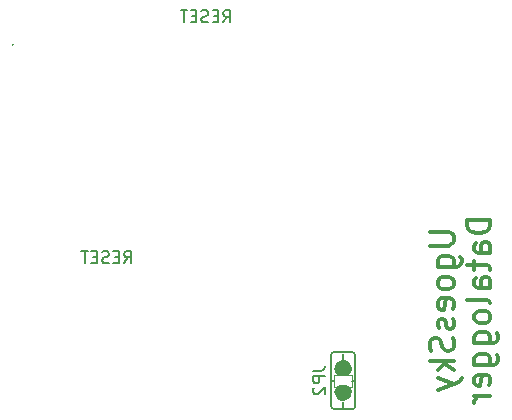
<source format=gbr>
G04 #@! TF.FileFunction,Legend,Bot*
%FSLAX46Y46*%
G04 Gerber Fmt 4.6, Leading zero omitted, Abs format (unit mm)*
G04 Created by KiCad (PCBNEW 0.201508170901+6097~28~ubuntu14.04.1-product) date Sa 22 Aug 2015 10:06:58 CEST*
%MOMM*%
G01*
G04 APERTURE LIST*
%ADD10C,0.100000*%
%ADD11C,0.300000*%
%ADD12C,0.150000*%
%ADD13C,0.066040*%
%ADD14C,0.152400*%
%ADD15C,1.270000*%
%ADD16C,0.004445*%
%ADD17C,0.088900*%
G04 APERTURE END LIST*
D10*
D11*
X138154762Y-83028570D02*
X139773810Y-83028570D01*
X139964286Y-83123809D01*
X140059524Y-83219047D01*
X140154762Y-83409523D01*
X140154762Y-83790475D01*
X140059524Y-83980951D01*
X139964286Y-84076190D01*
X139773810Y-84171428D01*
X138154762Y-84171428D01*
X138821429Y-85980951D02*
X140440476Y-85980951D01*
X140630952Y-85885713D01*
X140726190Y-85790475D01*
X140821429Y-85599999D01*
X140821429Y-85314285D01*
X140726190Y-85123808D01*
X140059524Y-85980951D02*
X140154762Y-85790475D01*
X140154762Y-85409523D01*
X140059524Y-85219047D01*
X139964286Y-85123808D01*
X139773810Y-85028570D01*
X139202381Y-85028570D01*
X139011905Y-85123808D01*
X138916667Y-85219047D01*
X138821429Y-85409523D01*
X138821429Y-85790475D01*
X138916667Y-85980951D01*
X140154762Y-87219047D02*
X140059524Y-87028571D01*
X139964286Y-86933332D01*
X139773810Y-86838094D01*
X139202381Y-86838094D01*
X139011905Y-86933332D01*
X138916667Y-87028571D01*
X138821429Y-87219047D01*
X138821429Y-87504761D01*
X138916667Y-87695237D01*
X139011905Y-87790475D01*
X139202381Y-87885713D01*
X139773810Y-87885713D01*
X139964286Y-87790475D01*
X140059524Y-87695237D01*
X140154762Y-87504761D01*
X140154762Y-87219047D01*
X140059524Y-89504761D02*
X140154762Y-89314285D01*
X140154762Y-88933333D01*
X140059524Y-88742856D01*
X139869048Y-88647618D01*
X139107143Y-88647618D01*
X138916667Y-88742856D01*
X138821429Y-88933333D01*
X138821429Y-89314285D01*
X138916667Y-89504761D01*
X139107143Y-89599999D01*
X139297619Y-89599999D01*
X139488095Y-88647618D01*
X140059524Y-90361904D02*
X140154762Y-90552381D01*
X140154762Y-90933333D01*
X140059524Y-91123809D01*
X139869048Y-91219047D01*
X139773810Y-91219047D01*
X139583333Y-91123809D01*
X139488095Y-90933333D01*
X139488095Y-90647619D01*
X139392857Y-90457142D01*
X139202381Y-90361904D01*
X139107143Y-90361904D01*
X138916667Y-90457142D01*
X138821429Y-90647619D01*
X138821429Y-90933333D01*
X138916667Y-91123809D01*
X140059524Y-91980952D02*
X140154762Y-92266667D01*
X140154762Y-92742857D01*
X140059524Y-92933333D01*
X139964286Y-93028571D01*
X139773810Y-93123810D01*
X139583333Y-93123810D01*
X139392857Y-93028571D01*
X139297619Y-92933333D01*
X139202381Y-92742857D01*
X139107143Y-92361905D01*
X139011905Y-92171429D01*
X138916667Y-92076190D01*
X138726190Y-91980952D01*
X138535714Y-91980952D01*
X138345238Y-92076190D01*
X138250000Y-92171429D01*
X138154762Y-92361905D01*
X138154762Y-92838095D01*
X138250000Y-93123810D01*
X140154762Y-93980952D02*
X138154762Y-93980952D01*
X139392857Y-94171429D02*
X140154762Y-94742857D01*
X138821429Y-94742857D02*
X139583333Y-93980952D01*
X138821429Y-95409524D02*
X140154762Y-95885715D01*
X138821429Y-96361905D02*
X140154762Y-95885715D01*
X140630952Y-95695239D01*
X140726190Y-95600000D01*
X140821429Y-95409524D01*
X143254762Y-81980952D02*
X141254762Y-81980952D01*
X141254762Y-82457143D01*
X141350000Y-82742857D01*
X141540476Y-82933333D01*
X141730952Y-83028572D01*
X142111905Y-83123810D01*
X142397619Y-83123810D01*
X142778571Y-83028572D01*
X142969048Y-82933333D01*
X143159524Y-82742857D01*
X143254762Y-82457143D01*
X143254762Y-81980952D01*
X143254762Y-84838095D02*
X142207143Y-84838095D01*
X142016667Y-84742857D01*
X141921429Y-84552381D01*
X141921429Y-84171429D01*
X142016667Y-83980952D01*
X143159524Y-84838095D02*
X143254762Y-84647619D01*
X143254762Y-84171429D01*
X143159524Y-83980952D01*
X142969048Y-83885714D01*
X142778571Y-83885714D01*
X142588095Y-83980952D01*
X142492857Y-84171429D01*
X142492857Y-84647619D01*
X142397619Y-84838095D01*
X141921429Y-85504762D02*
X141921429Y-86266667D01*
X141254762Y-85790476D02*
X142969048Y-85790476D01*
X143159524Y-85885715D01*
X143254762Y-86076191D01*
X143254762Y-86266667D01*
X143254762Y-87790476D02*
X142207143Y-87790476D01*
X142016667Y-87695238D01*
X141921429Y-87504762D01*
X141921429Y-87123810D01*
X142016667Y-86933333D01*
X143159524Y-87790476D02*
X143254762Y-87600000D01*
X143254762Y-87123810D01*
X143159524Y-86933333D01*
X142969048Y-86838095D01*
X142778571Y-86838095D01*
X142588095Y-86933333D01*
X142492857Y-87123810D01*
X142492857Y-87600000D01*
X142397619Y-87790476D01*
X143254762Y-89028572D02*
X143159524Y-88838096D01*
X142969048Y-88742857D01*
X141254762Y-88742857D01*
X143254762Y-90076191D02*
X143159524Y-89885715D01*
X143064286Y-89790476D01*
X142873810Y-89695238D01*
X142302381Y-89695238D01*
X142111905Y-89790476D01*
X142016667Y-89885715D01*
X141921429Y-90076191D01*
X141921429Y-90361905D01*
X142016667Y-90552381D01*
X142111905Y-90647619D01*
X142302381Y-90742857D01*
X142873810Y-90742857D01*
X143064286Y-90647619D01*
X143159524Y-90552381D01*
X143254762Y-90361905D01*
X143254762Y-90076191D01*
X141921429Y-92457143D02*
X143540476Y-92457143D01*
X143730952Y-92361905D01*
X143826190Y-92266667D01*
X143921429Y-92076191D01*
X143921429Y-91790477D01*
X143826190Y-91600000D01*
X143159524Y-92457143D02*
X143254762Y-92266667D01*
X143254762Y-91885715D01*
X143159524Y-91695239D01*
X143064286Y-91600000D01*
X142873810Y-91504762D01*
X142302381Y-91504762D01*
X142111905Y-91600000D01*
X142016667Y-91695239D01*
X141921429Y-91885715D01*
X141921429Y-92266667D01*
X142016667Y-92457143D01*
X141921429Y-94266667D02*
X143540476Y-94266667D01*
X143730952Y-94171429D01*
X143826190Y-94076191D01*
X143921429Y-93885715D01*
X143921429Y-93600001D01*
X143826190Y-93409524D01*
X143159524Y-94266667D02*
X143254762Y-94076191D01*
X143254762Y-93695239D01*
X143159524Y-93504763D01*
X143064286Y-93409524D01*
X142873810Y-93314286D01*
X142302381Y-93314286D01*
X142111905Y-93409524D01*
X142016667Y-93504763D01*
X141921429Y-93695239D01*
X141921429Y-94076191D01*
X142016667Y-94266667D01*
X143159524Y-95980953D02*
X143254762Y-95790477D01*
X143254762Y-95409525D01*
X143159524Y-95219048D01*
X142969048Y-95123810D01*
X142207143Y-95123810D01*
X142016667Y-95219048D01*
X141921429Y-95409525D01*
X141921429Y-95790477D01*
X142016667Y-95980953D01*
X142207143Y-96076191D01*
X142397619Y-96076191D01*
X142588095Y-95123810D01*
X143254762Y-96933334D02*
X141921429Y-96933334D01*
X142302381Y-96933334D02*
X142111905Y-97028573D01*
X142016667Y-97123811D01*
X141921429Y-97314287D01*
X141921429Y-97504763D01*
D12*
X112252381Y-85652381D02*
X112585715Y-85176190D01*
X112823810Y-85652381D02*
X112823810Y-84652381D01*
X112442857Y-84652381D01*
X112347619Y-84700000D01*
X112300000Y-84747619D01*
X112252381Y-84842857D01*
X112252381Y-84985714D01*
X112300000Y-85080952D01*
X112347619Y-85128571D01*
X112442857Y-85176190D01*
X112823810Y-85176190D01*
X111823810Y-85128571D02*
X111490476Y-85128571D01*
X111347619Y-85652381D02*
X111823810Y-85652381D01*
X111823810Y-84652381D01*
X111347619Y-84652381D01*
X110966667Y-85604762D02*
X110823810Y-85652381D01*
X110585714Y-85652381D01*
X110490476Y-85604762D01*
X110442857Y-85557143D01*
X110395238Y-85461905D01*
X110395238Y-85366667D01*
X110442857Y-85271429D01*
X110490476Y-85223810D01*
X110585714Y-85176190D01*
X110776191Y-85128571D01*
X110871429Y-85080952D01*
X110919048Y-85033333D01*
X110966667Y-84938095D01*
X110966667Y-84842857D01*
X110919048Y-84747619D01*
X110871429Y-84700000D01*
X110776191Y-84652381D01*
X110538095Y-84652381D01*
X110395238Y-84700000D01*
X109966667Y-85128571D02*
X109633333Y-85128571D01*
X109490476Y-85652381D02*
X109966667Y-85652381D01*
X109966667Y-84652381D01*
X109490476Y-84652381D01*
X109204762Y-84652381D02*
X108633333Y-84652381D01*
X108919048Y-85652381D02*
X108919048Y-84652381D01*
D13*
X130038000Y-96108000D02*
X130038000Y-95092000D01*
X130038000Y-95092000D02*
X131562000Y-95092000D01*
X131562000Y-96108000D02*
X131562000Y-95092000D01*
X130038000Y-96108000D02*
X131562000Y-96108000D01*
D14*
X129784000Y-93441000D02*
X129784000Y-97759000D01*
X130038000Y-93187000D02*
X131562000Y-93187000D01*
X130038000Y-98013000D02*
X131562000Y-98013000D01*
X131816000Y-97759000D02*
X131816000Y-93441000D01*
X130800000Y-93822000D02*
X130800000Y-93314000D01*
X130800000Y-97378000D02*
X130800000Y-97886000D01*
X131562000Y-95600000D02*
X131816000Y-95600000D01*
X129784000Y-95600000D02*
X130038000Y-95600000D01*
X131562000Y-93187000D02*
G75*
G02X131816000Y-93441000I0J-254000D01*
G01*
X131816000Y-97759000D02*
G75*
G02X131562000Y-98013000I-254000J0D01*
G01*
X130038000Y-98013000D02*
G75*
G02X129784000Y-97759000I0J254000D01*
G01*
X129784000Y-93441000D02*
G75*
G02X130038000Y-93187000I254000J0D01*
G01*
D15*
X130673000Y-94584000D02*
G75*
G02X130927000Y-94584000I127000J0D01*
G01*
X130927000Y-96616000D02*
G75*
G02X130673000Y-96616000I-127000J0D01*
G01*
D16*
X102782643Y-67190638D02*
X102797037Y-67190638D01*
X102798730Y-67189791D01*
X102799577Y-67188944D01*
X102800423Y-67187251D01*
X102800423Y-67183864D01*
X102799577Y-67182171D01*
X102798730Y-67181324D01*
X102797037Y-67180478D01*
X102782643Y-67180478D01*
X102800423Y-67172011D02*
X102788570Y-67172011D01*
X102791957Y-67172011D02*
X102790263Y-67171164D01*
X102789417Y-67170317D01*
X102788570Y-67168624D01*
X102788570Y-67166931D01*
X102799577Y-67154230D02*
X102800423Y-67155924D01*
X102800423Y-67159310D01*
X102799577Y-67161004D01*
X102797883Y-67161850D01*
X102791110Y-67161850D01*
X102789417Y-67161004D01*
X102788570Y-67159310D01*
X102788570Y-67155924D01*
X102789417Y-67154230D01*
X102791110Y-67153384D01*
X102792803Y-67153384D01*
X102794497Y-67161850D01*
X102788570Y-67138144D02*
X102802963Y-67138144D01*
X102804657Y-67138990D01*
X102805503Y-67139837D01*
X102806350Y-67141530D01*
X102806350Y-67144070D01*
X102805503Y-67145764D01*
X102799577Y-67138144D02*
X102800423Y-67139837D01*
X102800423Y-67143224D01*
X102799577Y-67144917D01*
X102798730Y-67145764D01*
X102797037Y-67146610D01*
X102791957Y-67146610D01*
X102790263Y-67145764D01*
X102789417Y-67144917D01*
X102788570Y-67143224D01*
X102788570Y-67139837D01*
X102789417Y-67138144D01*
X102791110Y-67116130D02*
X102791110Y-67110203D01*
X102800423Y-67107663D02*
X102800423Y-67116130D01*
X102782643Y-67116130D01*
X102782643Y-67107663D01*
X102800423Y-67100043D02*
X102782643Y-67100043D01*
X102800423Y-67089883D01*
X102782643Y-67089883D01*
D17*
D12*
X128252381Y-94766667D02*
X128966667Y-94766667D01*
X129109524Y-94719047D01*
X129204762Y-94623809D01*
X129252381Y-94480952D01*
X129252381Y-94385714D01*
X129252381Y-95242857D02*
X128252381Y-95242857D01*
X128252381Y-95623810D01*
X128300000Y-95719048D01*
X128347619Y-95766667D01*
X128442857Y-95814286D01*
X128585714Y-95814286D01*
X128680952Y-95766667D01*
X128728571Y-95719048D01*
X128776190Y-95623810D01*
X128776190Y-95242857D01*
X128347619Y-96195238D02*
X128300000Y-96242857D01*
X128252381Y-96338095D01*
X128252381Y-96576191D01*
X128300000Y-96671429D01*
X128347619Y-96719048D01*
X128442857Y-96766667D01*
X128538095Y-96766667D01*
X128680952Y-96719048D01*
X129252381Y-96147619D01*
X129252381Y-96766667D01*
X120652381Y-65252381D02*
X120985715Y-64776190D01*
X121223810Y-65252381D02*
X121223810Y-64252381D01*
X120842857Y-64252381D01*
X120747619Y-64300000D01*
X120700000Y-64347619D01*
X120652381Y-64442857D01*
X120652381Y-64585714D01*
X120700000Y-64680952D01*
X120747619Y-64728571D01*
X120842857Y-64776190D01*
X121223810Y-64776190D01*
X120223810Y-64728571D02*
X119890476Y-64728571D01*
X119747619Y-65252381D02*
X120223810Y-65252381D01*
X120223810Y-64252381D01*
X119747619Y-64252381D01*
X119366667Y-65204762D02*
X119223810Y-65252381D01*
X118985714Y-65252381D01*
X118890476Y-65204762D01*
X118842857Y-65157143D01*
X118795238Y-65061905D01*
X118795238Y-64966667D01*
X118842857Y-64871429D01*
X118890476Y-64823810D01*
X118985714Y-64776190D01*
X119176191Y-64728571D01*
X119271429Y-64680952D01*
X119319048Y-64633333D01*
X119366667Y-64538095D01*
X119366667Y-64442857D01*
X119319048Y-64347619D01*
X119271429Y-64300000D01*
X119176191Y-64252381D01*
X118938095Y-64252381D01*
X118795238Y-64300000D01*
X118366667Y-64728571D02*
X118033333Y-64728571D01*
X117890476Y-65252381D02*
X118366667Y-65252381D01*
X118366667Y-64252381D01*
X117890476Y-64252381D01*
X117604762Y-64252381D02*
X117033333Y-64252381D01*
X117319048Y-65252381D02*
X117319048Y-64252381D01*
M02*

</source>
